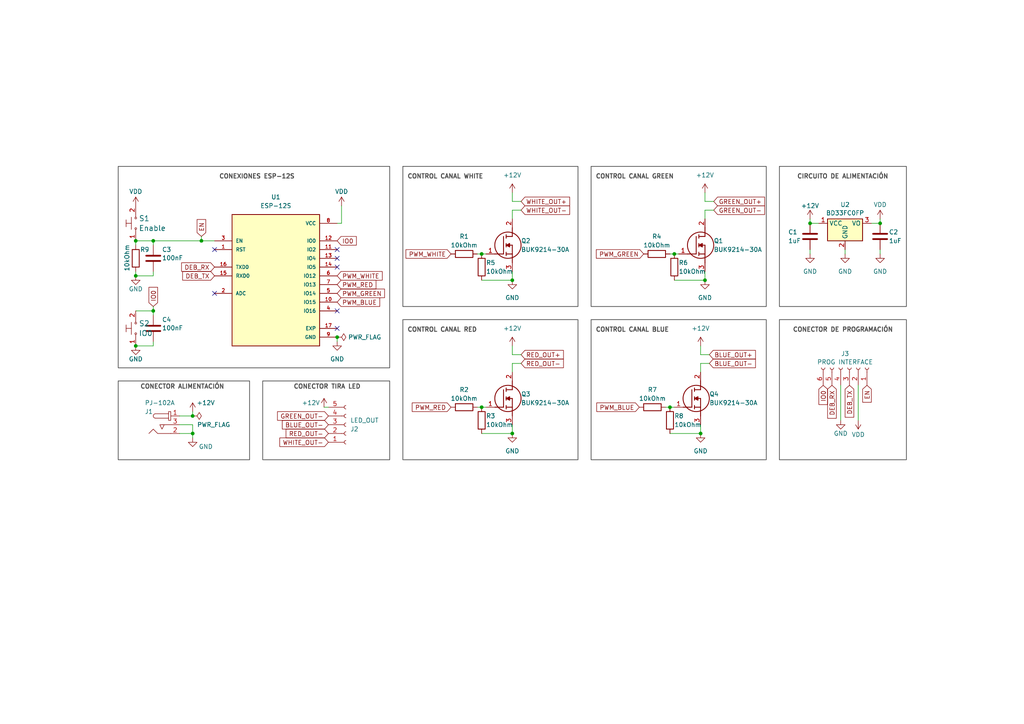
<source format=kicad_sch>
(kicad_sch (version 20230121) (generator eeschema)
  (paper "A4")
  (title_block (title "CONTROL TIRA LED WRGB") (date "2023-09-22") (rev "v01") (comment 1 "Escala S/E") (comment 2 "Esquemático") (comment 3 "Autor: Juan Antonio Hidalgo Torres"))
  (lib_symbols
    (symbol "BUK9214-30A_118:BUK9214-30A,118" (pin_names hide)
      (property "Reference" "Q" (at 11.43 3.81 0))
      (property "Value" "BUK9214-30A,118" (at 11.43 1.27 0))
      (symbol "BUK9214-30A,118_1_1"
        (polyline (pts (xy 2.54 0) (xy 5.08 0)) (stroke (width 0.254)))
        (polyline (pts (xy 5.08 5.08) (xy 5.08 0)) (stroke (width 0.254)))
        (polyline (pts (xy 5.842 -0.508) (xy 5.842 0.508)) (stroke (width 0.254)))
        (polyline (pts (xy 5.842 0) (xy 7.62 0)) (stroke (width 0.254)))
        (polyline (pts (xy 5.842 2.032) (xy 5.842 3.048)) (stroke (width 0.254)))
        (polyline (pts (xy 5.842 5.588) (xy 5.842 4.572)) (stroke (width 0.254)))
        (polyline (pts (xy 7.62 2.54) (xy 5.842 2.54)) (stroke (width 0.254)))
        (polyline (pts (xy 7.62 2.54) (xy 7.62 -2.54)) (stroke (width 0.254)))
        (polyline (pts (xy 7.62 5.08) (xy 5.842 5.08)) (stroke (width 0.254)))
        (polyline (pts (xy 7.62 5.08) (xy 7.62 7.62)) (stroke (width 0.254)))
        (polyline (pts (xy 5.842 2.54) (xy 6.858 3.048) (xy 6.858 2.032) (xy 5.842 2.54)) (stroke (width 0.254)) (fill (type outline)))
        (circle (center 6.35 2.54) (radius 3.81) (stroke (width 0.254)))
        (pin passive line (at 0 0 0) (length 2.54) (name "G") (number "1"))
        (pin passive line (at 7.62 10.16 270) (length 2.54) (name "D") (number "2"))
        (pin passive line (at 7.62 -5.08 90) (length 2.54) (name "S") (number "3"))
      )
    )
    (symbol "Connector:Conn_01x05_Socket" (pin_names (offset 1.016) hide)
      (property "Reference" "J" (at 0 7.62 0))
      (property "Value" "Conn_01x05_Socket" (at 0 -7.62 0))
      (symbol "Conn_01x05_Socket_1_1"
        (arc (start 0 -4.572) (mid -0.5058 -5.08) (end 0 -5.588) (stroke (width 0.1524)))
        (arc (start 0 -2.032) (mid -0.5058 -2.54) (end 0 -3.048) (stroke (width 0.1524)))
        (polyline (pts (xy -1.27 -5.08) (xy -0.508 -5.08)) (stroke (width 0.1524)))
        (polyline (pts (xy -1.27 -2.54) (xy -0.508 -2.54)) (stroke (width 0.1524)))
        (polyline (pts (xy -1.27 0) (xy -0.508 0)) (stroke (width 0.1524)))
        (polyline (pts (xy -1.27 2.54) (xy -0.508 2.54)) (stroke (width 0.1524)))
        (polyline (pts (xy -1.27 5.08) (xy -0.508 5.08)) (stroke (width 0.1524)))
        (arc (start 0 0.508) (mid -0.5058 0) (end 0 -0.508) (stroke (width 0.1524)))
        (arc (start 0 3.048) (mid -0.5058 2.54) (end 0 2.032) (stroke (width 0.1524)))
        (arc (start 0 5.588) (mid -0.5058 5.08) (end 0 4.572) (stroke (width 0.1524)))
        (pin passive line (at -5.08 5.08 0) (length 3.81) (name "Pin_1") (number "1"))
        (pin passive line (at -5.08 2.54 0) (length 3.81) (name "Pin_2") (number "2"))
        (pin passive line (at -5.08 0 0) (length 3.81) (name "Pin_3") (number "3"))
        (pin passive line (at -5.08 -2.54 0) (length 3.81) (name "Pin_4") (number "4"))
        (pin passive line (at -5.08 -5.08 0) (length 3.81) (name "Pin_5") (number "5"))
      )
    )
    (symbol "Connector:Conn_01x06_Socket" (pin_names (offset 1.016) hide)
      (property "Reference" "J" (at 0 7.62 0))
      (property "Value" "Conn_01x06_Socket" (at 0 -10.16 0))
      (symbol "Conn_01x06_Socket_1_1"
        (arc (start 0 -7.112) (mid -0.5058 -7.62) (end 0 -8.128) (stroke (width 0.1524)))
        (arc (start 0 -4.572) (mid -0.5058 -5.08) (end 0 -5.588) (stroke (width 0.1524)))
        (arc (start 0 -2.032) (mid -0.5058 -2.54) (end 0 -3.048) (stroke (width 0.1524)))
        (polyline (pts (xy -1.27 -7.62) (xy -0.508 -7.62)) (stroke (width 0.1524)))
        (polyline (pts (xy -1.27 -5.08) (xy -0.508 -5.08)) (stroke (width 0.1524)))
        (polyline (pts (xy -1.27 -2.54) (xy -0.508 -2.54)) (stroke (width 0.1524)))
        (polyline (pts (xy -1.27 0) (xy -0.508 0)) (stroke (width 0.1524)))
        (polyline (pts (xy -1.27 2.54) (xy -0.508 2.54)) (stroke (width 0.1524)))
        (polyline (pts (xy -1.27 5.08) (xy -0.508 5.08)) (stroke (width 0.1524)))
        (arc (start 0 0.508) (mid -0.5058 0) (end 0 -0.508) (stroke (width 0.1524)))
        (arc (start 0 3.048) (mid -0.5058 2.54) (end 0 2.032) (stroke (width 0.1524)))
        (arc (start 0 5.588) (mid -0.5058 5.08) (end 0 4.572) (stroke (width 0.1524)))
        (pin passive line (at -5.08 5.08 0) (length 3.81) (name "Pin_1") (number "1"))
        (pin passive line (at -5.08 2.54 0) (length 3.81) (name "Pin_2") (number "2"))
        (pin passive line (at -5.08 0 0) (length 3.81) (name "Pin_3") (number "3"))
        (pin passive line (at -5.08 -2.54 0) (length 3.81) (name "Pin_4") (number "4"))
        (pin passive line (at -5.08 -5.08 0) (length 3.81) (name "Pin_5") (number "5"))
        (pin passive line (at -5.08 -7.62 0) (length 3.81) (name "Pin_6") (number "6"))
      )
    )
    (symbol "Device:C" (pin_numbers hide) (pin_names (offset 0.254))
      (property "Reference" "C" (at 0.635 2.54 0))
      (property "Value" "C" (at 0.635 -2.54 0))
      (symbol "C_0_1"
        (polyline (pts (xy -2.032 -0.762) (xy 2.032 -0.762)) (stroke (width 0.508)))
        (polyline (pts (xy -2.032 0.762) (xy 2.032 0.762)) (stroke (width 0.508)))
      )
      (symbol "C_1_1"
        (pin passive line (at 0 3.81 270) (length 2.794) (name "~") (number "1"))
        (pin passive line (at 0 -3.81 90) (length 2.794) (name "~") (number "2"))
      )
    )
    (symbol "Device:R" (pin_numbers hide) (pin_names (offset 0))
      (property "Reference" "R" (at 2.032 0 90))
      (property "Value" "R" (at 0 0 90))
      (symbol "R_0_1"
        (rectangle (start -1.016 -2.54) (end 1.016 2.54) (stroke (width 0.254)))
      )
      (symbol "R_1_1"
        (pin passive line (at 0 3.81 270) (length 1.27) (name "~") (number "1"))
        (pin passive line (at 0 -3.81 90) (length 1.27) (name "~") (number "2"))
      )
    )
    (symbol "ESP-12S:ESP-12S" (pin_names (offset 1.016))
      (property "Reference" "U" (at -12.7 18.288 0))
      (property "Value" "ESP-12S" (at -12.7 -20.828 0))
      (symbol "ESP-12S_0_0"
        (rectangle (start -12.7 -20.32) (end 12.7 17.78) (stroke (width 0.254)) (fill (type background)))
        (pin input line (at -17.78 7.62 0) (length 5.08) (name "RST") (number "1"))
        (pin bidirectional line (at 17.78 -7.62 180) (length 5.08) (name "IO15") (number "10"))
        (pin bidirectional line (at 17.78 7.62 180) (length 5.08) (name "IO2") (number "11"))
        (pin bidirectional line (at 17.78 10.16 180) (length 5.08) (name "IO0") (number "12"))
        (pin bidirectional line (at 17.78 5.08 180) (length 5.08) (name "IO4") (number "13"))
        (pin bidirectional line (at 17.78 2.54 180) (length 5.08) (name "IO5") (number "14"))
        (pin bidirectional line (at -17.78 0 0) (length 5.08) (name "RXD0") (number "15"))
        (pin bidirectional line (at -17.78 2.54 0) (length 5.08) (name "TXD0") (number "16"))
        (pin power_in line (at 17.78 -15.24 180) (length 5.08) (name "EXP") (number "17"))
        (pin bidirectional line (at -17.78 -5.08 0) (length 5.08) (name "ADC") (number "2"))
        (pin input line (at -17.78 10.16 0) (length 5.08) (name "EN") (number "3"))
        (pin bidirectional line (at 17.78 -10.16 180) (length 5.08) (name "IO16") (number "4"))
        (pin bidirectional line (at 17.78 -5.08 180) (length 5.08) (name "IO14") (number "5"))
        (pin bidirectional line (at 17.78 0 180) (length 5.08) (name "IO12") (number "6"))
        (pin bidirectional line (at 17.78 -2.54 180) (length 5.08) (name "IO13") (number "7"))
        (pin power_in line (at 17.78 15.24 180) (length 5.08) (name "VCC") (number "8"))
        (pin power_in line (at 17.78 -17.78 180) (length 5.08) (name "GND") (number "9"))
      )
    )
    (symbol "Regulator_Linear:BD33FC0FP"
      (property "Reference" "U" (at 0 7.62 0))
      (property "Value" "BD33FC0FP" (at 0 5.08 0))
      (symbol "BD33FC0FP_1_1"
        (rectangle (start -5.08 -5.08) (end 5.08 1.27) (stroke (width 0.254)) (fill (type background)))
        (pin power_in line (at -7.62 0 0) (length 2.54) (name "VCC") (number "1"))
        (pin power_in line (at 0 -7.62 90) (length 2.54) (name "GND") (number "2"))
        (pin power_out line (at 7.62 0 180) (length 2.54) (name "VO") (number "3"))
      )
    )
    (symbol "dk_Barrel-Power-Connectors:PJ-102A" (pin_names (offset 1.016))
      (property "Reference" "J" (at 0 2.54 0))
      (property "Value" "PJ-102A" (at 0 -6.35 0))
      (symbol "PJ-102A_0_1"
        (arc (start -4.445 0.635) (mid -5.0773 0) (end -4.445 -0.635))
        (rectangle (start -0.635 1.27) (end 0 -1.27))
        (polyline (pts (xy -0.635 -0.635) (xy -4.445 -0.635)))
        (polyline (pts (xy -0.635 0.635) (xy -4.445 0.635)))
        (polyline (pts (xy 0 -2.54) (xy -1.27 -2.54) (xy -2.54 -2.54)))
        (polyline (pts (xy 0 -5.08) (xy -3.81 -5.08) (xy -5.08 -3.81) (xy -6.35 -5.08)))
        (polyline (pts (xy -2.54 -2.54) (xy -3.175 -2.54) (xy -2.54 -3.81) (xy -1.905 -2.54) (xy -2.54 -2.54)))
      )
      (symbol "PJ-102A_1_1"
        (pin passive line (at 2.54 0 180) (length 2.54) (name "~") (number "1"))
        (pin passive line (at 2.54 -5.08 180) (length 2.54) (name "~") (number "2"))
        (pin passive line (at 2.54 -2.54 180) (length 2.54) (name "~") (number "3"))
      )
    )
    (symbol "dk_Tactile-Switches:B3U-1000P" (pin_names (offset 1.016))
      (property "Reference" "S" (at 0 4.064 0))
      (property "Value" "B3U-1000P" (at 0 -2.54 0))
      (symbol "B3U-1000P_0_1"
        (circle (center -1.524 0) (radius 0.254))
        (polyline (pts (xy -2.54 0) (xy -1.778 0)))
        (polyline (pts (xy -1.778 1.27) (xy 1.778 1.27)))
        (polyline (pts (xy -1.016 2.794) (xy 1.016 2.794)))
        (polyline (pts (xy 0 1.27) (xy 0 2.794)))
        (polyline (pts (xy 2.54 0) (xy 1.778 0)))
        (circle (center 1.524 0) (radius 0.254))
      )
      (symbol "B3U-1000P_1_1"
        (pin passive line (at -5.08 0 0) (length 2.54) (name "~") (number "1"))
        (pin passive line (at 5.08 0 180) (length 2.54) (name "~") (number "2"))
      )
    )
    (symbol "power:+12V" (power) (pin_names (offset 0))
      (property "Value" "+12V" (at 0 3.556 0))
      (symbol "+12V_0_1"
        (polyline (pts (xy -0.762 1.27) (xy 0 2.54)))
        (polyline (pts (xy 0 0) (xy 0 2.54)))
        (polyline (pts (xy 0 2.54) (xy 0.762 1.27)))
      )
      (symbol "+12V_1_1"
        (pin power_in line (at 0 0 90) (length 0) hide (name "+12V") (number "1"))
      )
    )
    (symbol "power:GND" (power) (pin_names (offset 0))
      (property "Value" "GND" (at 0 -3.81 0))
      (symbol "GND_0_1"
        (polyline (pts (xy 0 0) (xy 0 -1.27) (xy 1.27 -1.27) (xy 0 -2.54) (xy -1.27 -1.27) (xy 0 -1.27)))
      )
      (symbol "GND_1_1"
        (pin power_in line (at 0 0 270) (length 0) hide (name "GND") (number "1"))
      )
    )
    (symbol "power:PWR_FLAG" (power) (pin_numbers hide) (pin_names (offset 0) hide)
      (property "Value" "PWR_FLAG" (at 0 3.81 0))
      (symbol "PWR_FLAG_0_0"
        (pin power_out line (at 0 0 90) (length 0) (name "pwr") (number "1"))
      )
      (symbol "PWR_FLAG_0_1"
        (polyline (pts (xy 0 0) (xy 0 1.27) (xy -1.016 1.905) (xy 0 2.54) (xy 1.016 1.905) (xy 0 1.27)))
      )
    )
    (symbol "power:VDD" (power) (pin_names (offset 0))
      (property "Value" "VDD" (at 0 3.81 0))
      (symbol "VDD_0_1"
        (polyline (pts (xy -0.762 1.27) (xy 0 2.54)))
        (polyline (pts (xy 0 0) (xy 0 2.54)))
        (polyline (pts (xy 0 2.54) (xy 0.762 1.27)))
      )
      (symbol "VDD_1_1"
        (pin power_in line (at 0 0 90) (length 0) hide (name "VDD") (number "1"))
      )
    )
  )
  (junction (at 44.45 69.85))
  (junction (at 55.88 125.73))
  (junction (at 44.45 90.17))
  (junction (at 195.58 73.66))
  (junction (at 255.27 64.77))
  (junction (at 97.79 97.79))
  (junction (at 234.95 64.77))
  (junction (at 204.47 81.28))
  (junction (at 148.59 125.73))
  (junction (at 139.7 73.66))
  (junction (at 148.59 81.28))
  (junction (at 203.2 125.73))
  (junction (at 58.42 69.85))
  (junction (at 39.37 80.01))
  (junction (at 39.37 100.33))
  (junction (at 139.7 118.11))
  (junction (at 194.31 118.11))
  (junction (at 55.88 120.65))
  (junction (at 39.37 69.85))
  (no_connect (at 97.79 90.17))
  (no_connect (at 97.79 77.47))
  (no_connect (at 97.79 74.93))
  (no_connect (at 97.79 95.25))
  (no_connect (at 97.79 72.39))
  (no_connect (at 62.23 85.09))
  (no_connect (at 62.23 72.39))
  (wire (pts (xy 44.45 69.85) (xy 44.45 71.12)))
  (wire (pts (xy 58.42 69.85) (xy 62.23 69.85)))
  (wire (pts (xy 139.7 73.66) (xy 140.97 73.66)))
  (wire (pts (xy 248.92 111.76) (xy 248.92 121.92)))
  (wire (pts (xy 58.42 68.58) (xy 58.42 69.85)))
  (wire (pts (xy 194.31 73.66) (xy 195.58 73.66)))
  (wire (pts (xy 148.59 100.33) (xy 148.59 102.87)))
  (wire (pts (xy 55.88 120.65) (xy 55.88 119.38)))
  (wire (pts (xy 44.45 78.74) (xy 44.45 80.01)))
  (wire (pts (xy 234.95 64.77) (xy 237.49 64.77)))
  (wire (pts (xy 148.59 81.28) (xy 148.59 78.74)))
  (wire (pts (xy 148.59 125.73) (xy 148.59 123.19)))
  (wire (pts (xy 148.59 60.96) (xy 151.13 60.96)))
  (wire (pts (xy 39.37 69.85) (xy 44.45 69.85)))
  (wire (pts (xy 97.79 64.77) (xy 99.06 64.77)))
  (wire (pts (xy 148.59 107.95) (xy 148.59 105.41)))
  (wire (pts (xy 204.47 60.96) (xy 207.01 60.96)))
  (wire (pts (xy 93.98 118.11) (xy 95.25 118.11)))
  (wire (pts (xy 252.73 64.77) (xy 255.27 64.77)))
  (wire (pts (xy 195.58 81.28) (xy 204.47 81.28)))
  (wire (pts (xy 245.11 72.39) (xy 245.11 73.66)))
  (wire (pts (xy 148.59 105.41) (xy 151.13 105.41)))
  (wire (pts (xy 203.2 100.33) (xy 203.2 102.87)))
  (wire (pts (xy 193.04 118.11) (xy 194.31 118.11)))
  (wire (pts (xy 243.84 111.76) (xy 243.84 121.92)))
  (wire (pts (xy 138.43 73.66) (xy 139.7 73.66)))
  (wire (pts (xy 148.59 63.5) (xy 148.59 60.96)))
  (wire (pts (xy 55.88 123.19) (xy 55.88 125.73)))
  (wire (pts (xy 52.07 120.65) (xy 55.88 120.65)))
  (wire (pts (xy 204.47 63.5) (xy 204.47 60.96)))
  (wire (pts (xy 204.47 58.42) (xy 207.01 58.42)))
  (wire (pts (xy 139.7 125.73) (xy 148.59 125.73)))
  (wire (pts (xy 139.7 81.28) (xy 148.59 81.28)))
  (wire (pts (xy 44.45 69.85) (xy 58.42 69.85)))
  (wire (pts (xy 195.58 73.66) (xy 196.85 73.66)))
  (wire (pts (xy 139.7 118.11) (xy 140.97 118.11)))
  (wire (pts (xy 204.47 81.28) (xy 204.47 78.74)))
  (wire (pts (xy 203.2 125.73) (xy 203.2 123.19)))
  (wire (pts (xy 39.37 90.17) (xy 44.45 90.17)))
  (wire (pts (xy 234.95 72.39) (xy 234.95 73.66)))
  (wire (pts (xy 44.45 90.17) (xy 44.45 91.44)))
  (wire (pts (xy 52.07 125.73) (xy 55.88 125.73)))
  (wire (pts (xy 52.07 123.19) (xy 55.88 123.19)))
  (wire (pts (xy 55.88 125.73) (xy 55.88 127)))
  (wire (pts (xy 255.27 63.5) (xy 255.27 64.77)))
  (wire (pts (xy 39.37 78.74) (xy 39.37 80.01)))
  (wire (pts (xy 44.45 100.33) (xy 39.37 100.33)))
  (wire (pts (xy 203.2 105.41) (xy 205.74 105.41)))
  (wire (pts (xy 44.45 88.9) (xy 44.45 90.17)))
  (wire (pts (xy 148.59 102.87) (xy 151.13 102.87)))
  (wire (pts (xy 97.79 97.79) (xy 97.79 99.06)))
  (wire (pts (xy 148.59 58.42) (xy 151.13 58.42)))
  (wire (pts (xy 194.31 125.73) (xy 203.2 125.73)))
  (wire (pts (xy 234.95 63.5) (xy 234.95 64.77)))
  (wire (pts (xy 44.45 80.01) (xy 39.37 80.01)))
  (wire (pts (xy 255.27 72.39) (xy 255.27 73.66)))
  (wire (pts (xy 204.47 55.88) (xy 204.47 58.42)))
  (wire (pts (xy 148.59 55.88) (xy 148.59 58.42)))
  (wire (pts (xy 138.43 118.11) (xy 139.7 118.11)))
  (wire (pts (xy 203.2 102.87) (xy 205.74 102.87)))
  (wire (pts (xy 194.31 118.11) (xy 195.58 118.11)))
  (wire (pts (xy 203.2 107.95) (xy 203.2 105.41)))
  (wire (pts (xy 44.45 99.06) (xy 44.45 100.33)))
  (wire (pts (xy 39.37 69.85) (xy 39.37 71.12)))
  (wire (pts (xy 99.06 59.69) (xy 99.06 64.77)))
  (rectangle (start 116.84 92.71) (end 167.64 133.35) (stroke (width 0.2) (color 72 72 72 1)))
  (rectangle (start 116.84 48.26) (end 167.64 88.9) (stroke (width 0.2) (color 72 72 72 1)))
  (rectangle (start 226.06 48.26) (end 262.89 88.9) (stroke (width 0.2) (color 72 72 72 1)))
  (rectangle (start 226.06 92.71) (end 262.89 133.35) (stroke (width 0.2) (color 72 72 72 1)))
  (rectangle (start 34.29 48.26) (end 113.03 106.68) (stroke (width 0.2) (color 72 72 72 1)))
  (rectangle (start 76.2 110.49) (end 113.03 133.35) (stroke (width 0.2) (color 72 72 72 1)))
  (rectangle (start 34.29 110.49) (end 72.39 133.35) (stroke (width 0.2) (color 72 72 72 1)))
  (rectangle (start 171.45 48.26) (end 222.25 88.9) (stroke (width 0.2) (color 72 72 72 1)))
  (rectangle (start 171.45 92.71) (end 222.25 133.35) (stroke (width 0.2) (color 72 72 72 1)))
  (text "CONECTOR DE PROGRAMACIÓN" (at 259.08 96.52 0) (effects (font (size 1.27 1.27) (thickness 0.254) bold) (justify right bottom)))
  (text "CONTROL CANAL BLUE" (at 172.72 96.52 0) (effects (font (size 1.27 1.27) (thickness 0.254) bold) (justify left bottom)))
  (text "CONEXIONES ESP-12S" (at 63.5 52.07 0) (effects (font (size 1.27 1.27) bold) (justify left bottom)))
  (text "CONECTOR ALIMENTACIÓN" (at 40.64 113.03 0) (effects (font (size 1.27 1.27) (thickness 0.254) bold) (justify left bottom)))
  (text "CONTROL CANAL GREEN" (at 172.72 52.07 0) (effects (font (size 1.27 1.27) (thickness 0.254) bold) (justify left bottom)))
  (text "CONTROL CANAL RED" (at 118.11 96.52 0) (effects (font (size 1.27 1.27) (thickness 0.254) bold) (justify left bottom)))
  (text "CONECTOR TIRA LED" (at 85.09 113.03 0) (effects (font (size 1.27 1.27) (thickness 0.254) bold) (justify left bottom)))
  (text "CIRCUITO DE ALIMENTACIÓN" (at 231.14 52.07 0) (effects (font (size 1.27 1.27) (thickness 0.254) bold) (justify left bottom)))
  (text "CONTROL CANAL WHITE" (at 118.11 52.07 0) (effects (font (size 1.27 1.27) (thickness 0.254) bold) (justify left bottom)))
  (global_label "IO0" (shape input) (at 238.76 111.76 270) (property "Intersheetrefs" "${INTERSHEET_REFS}" (effects hide)))
  (global_label "PWM_RED" (shape input) (at 97.79 82.55 0) (property "Intersheetrefs" "${INTERSHEET_REFS}" (effects hide)))
  (global_label "GREEN_OUT+" (shape input) (at 207.01 58.42 0) (property "Intersheetrefs" "${INTERSHEET_REFS}" (effects hide)))
  (global_label "PWM_RED" (shape input) (at 130.81 118.11 180) (property "Intersheetrefs" "${INTERSHEET_REFS}" (effects hide)))
  (global_label "BLUE_OUT-" (shape input) (at 95.25 123.19 180) (property "Intersheetrefs" "${INTERSHEET_REFS}" (effects hide)))
  (global_label "RED_OUT-" (shape input) (at 151.13 105.41 0) (property "Intersheetrefs" "${INTERSHEET_REFS}" (effects hide)))
  (global_label "RED_OUT-" (shape input) (at 95.25 125.73 180) (property "Intersheetrefs" "${INTERSHEET_REFS}" (effects hide)))
  (global_label "BLUE_OUT-" (shape input) (at 205.74 105.41 0) (property "Intersheetrefs" "${INTERSHEET_REFS}" (effects hide)))
  (global_label "WHITE_OUT+" (shape input) (at 151.13 58.42 0) (property "Intersheetrefs" "${INTERSHEET_REFS}" (effects hide)))
  (global_label "DEB_TX" (shape input) (at 246.38 111.76 270) (property "Intersheetrefs" "${INTERSHEET_REFS}" (effects hide)))
  (global_label "DEB_RX" (shape input) (at 62.23 77.47 180) (property "Intersheetrefs" "${INTERSHEET_REFS}" (effects hide)))
  (global_label "WHITE_OUT-" (shape input) (at 95.25 128.27 180) (property "Intersheetrefs" "${INTERSHEET_REFS}" (effects hide)))
  (global_label "PWM_GREEN" (shape input) (at 186.69 73.66 180) (property "Intersheetrefs" "${INTERSHEET_REFS}" (effects hide)))
  (global_label "IO0" (shape input) (at 44.45 88.9 90) (property "Intersheetrefs" "${INTERSHEET_REFS}" (effects hide)))
  (global_label "WHITE_OUT-" (shape input) (at 151.13 60.96 0) (property "Intersheetrefs" "${INTERSHEET_REFS}" (effects hide)))
  (global_label "GREEN_OUT-" (shape input) (at 207.01 60.96 0) (property "Intersheetrefs" "${INTERSHEET_REFS}" (effects hide)))
  (global_label "PWM_WHITE" (shape input) (at 97.79 80.01 0) (property "Intersheetrefs" "${INTERSHEET_REFS}" (effects hide)))
  (global_label "DEB_RX" (shape input) (at 241.3 111.76 270) (property "Intersheetrefs" "${INTERSHEET_REFS}" (effects hide)))
  (global_label "PWM_WHITE" (shape input) (at 130.81 73.66 180) (property "Intersheetrefs" "${INTERSHEET_REFS}" (effects hide)))
  (global_label "BLUE_OUT+" (shape input) (at 205.74 102.87 0) (property "Intersheetrefs" "${INTERSHEET_REFS}" (effects hide)))
  (global_label "RED_OUT+" (shape input) (at 151.13 102.87 0) (property "Intersheetrefs" "${INTERSHEET_REFS}" (effects hide)))
  (global_label "IO0" (shape input) (at 97.79 69.85 0) (property "Intersheetrefs" "${INTERSHEET_REFS}" (effects hide)))
  (global_label "PWM_GREEN" (shape input) (at 97.79 85.09 0) (property "Intersheetrefs" "${INTERSHEET_REFS}" (effects hide)))
  (global_label "PWM_BLUE" (shape input) (at 97.79 87.63 0) (property "Intersheetrefs" "${INTERSHEET_REFS}" (effects hide)))
  (global_label "EN" (shape input) (at 58.42 68.58 90) (property "Intersheetrefs" "${INTERSHEET_REFS}" (effects hide)))
  (global_label "EN" (shape input) (at 251.46 111.76 270) (property "Intersheetrefs" "${INTERSHEET_REFS}" (effects hide)))
  (global_label "GREEN_OUT-" (shape input) (at 95.25 120.65 180) (property "Intersheetrefs" "${INTERSHEET_REFS}" (effects hide)))
  (global_label "DEB_TX" (shape input) (at 62.23 80.01 180) (property "Intersheetrefs" "${INTERSHEET_REFS}" (effects hide)))
  (global_label "PWM_BLUE" (shape input) (at 185.42 118.11 180) (property "Intersheetrefs" "${INTERSHEET_REFS}" (effects hide)))
  (symbol (lib_id "BUK9214-30A_118:BUK9214-30A,118") (at 195.58 118.11 0) (unit 1)
    (property "Reference" "Q4" (at 205.74 114.3 0) (effects (justify left)))
    (property "Value" "BUK9214-30A" (at 205.74 116.84 0) (effects (justify left)))
    (property "Footprint" "01_Footprints:BUK921430A118" (effects hide))
    (property "Datasheet" "https://assets.nexperia.com/documents/data-sheet/BUK9214-30A.pdf" (effects hide))
    (property "Height" "2.38" (effects hide))
    (property "Mouser Part Number" "771-BUK9214-30A,118" (effects hide))
    (property "Mouser Price/Stock" "https://www.mouser.co.uk/ProductDetail/Nexperia/BUK9214-30A118?qs=mSipnS5lFm8QMyWfvuOOAA%3D%3D" (effects hide))
    (property "Manufacturer_Name" "Nexperia" (effects hide))
    (property "Manufacturer_Part_Number" "BUK9214-30A,118" (effects hide))
  )
  (symbol (lib_id "Device:R") (at 189.23 118.11 90) (unit 1)
    (property "Reference" "R7" (at 189.23 113.03 90))
    (property "Value" "10kOhm" (at 189.23 115.57 90))
    (property "Footprint" "Resistor_SMD:R_1206_3216Metric" (effects hide))
  )
  (symbol (lib_id "power:GND") (at 234.95 73.66 0) (unit 1)
    (property "Reference" "#PWR019" (effects hide))
    (property "Value" "GND" (at 234.95 78.74 0))
  )
  (symbol (lib_id "power:+12V") (at 55.88 119.38 0) (unit 1)
    (property "Reference" "#PWR015" (effects hide))
    (property "Value" "+12V" (at 59.69 116.84 0))
  )
  (symbol (lib_id "power:GND") (at 97.79 99.06 0) (unit 1)
    (property "Reference" "#PWR011" (effects hide))
    (property "Value" "GND" (at 97.79 104.14 0))
  )
  (symbol (lib_id "Device:R") (at 134.62 73.66 90) (unit 1)
    (property "Reference" "R1" (at 134.62 68.58 90))
    (property "Value" "10kOhm" (at 134.62 71.12 90))
    (property "Footprint" "Resistor_SMD:R_1206_3216Metric" (effects hide))
  )
  (symbol (lib_id "ESP-12S:ESP-12S") (at 80.01 80.01 0) (unit 1)
    (property "Reference" "U1" (at 80.01 57.15 0))
    (property "Value" "ESP-12S" (at 80.01 59.69 0))
    (property "Footprint" "01_Footprints:ESP-12S" (effects hide))
    (property "MF" "RF Solutions" (effects hide))
    (property "MAXIMUM_PACKAGE_HEIGHT" "3 mm" (effects hide))
    (property "Package" "None" (effects hide))
    (property "Price" "None" (effects hide))
    (property "Check_prices" "https://www.snapeda.com/parts/ESP-12S/RF+Solutions/view-part/?ref=eda" (effects hide))
    (property "STANDARD" "Manufacturer Recommendations" (effects hide))
    (property "PARTREV" "V1.1" (effects hide))
    (property "SnapEDA_Link" "https://www.snapeda.com/parts/ESP-12S/RF+Solutions/view-part/?ref=snap" (effects hide))
    (property "MP" "ESP-12S" (effects hide))
    (property "Purchase-URL" "https://www.snapeda.com/api/url_track_click_mouser/?unipart_id=3210766&manufacturer=RF Solutions&part_name=ESP-12S&search_term=None" (effects hide))
    (property "Description" "\nWiFi 802.11b/g/n Transceiver Module 2.412GHz ~ 2.484GHz PCB Trace Surface Mount\n" (effects hide))
    (property "Availability" "In Stock" (effects hide))
    (property "MANUFACTURER" "RF Solutions" (effects hide))
  )
  (symbol (lib_id "Device:R") (at 194.31 121.92 180) (unit 1)
    (property "Reference" "R8" (at 195.58 120.65 0) (effects (justify right)))
    (property "Value" "10kOhm" (at 195.58 123.19 0) (effects (justify right)))
    (property "Footprint" "Resistor_SMD:R_1206_3216Metric" (effects hide))
  )
  (symbol (lib_id "dk_Tactile-Switches:B3U-1000P") (at 39.37 95.25 90) (unit 1)
    (property "Reference" "S2" (at 40.259 93.8336 90) (effects (font (size 1.524 1.524)) (justify right)))
    (property "Value" "IO0" (at 40.259 96.6664 90) (effects (font (size 1.524 1.524)) (justify right)))
    (property "Footprint" "Button_Switch_SMD:SW_SPST_B3U-1000P" (effects hide))
    (property "Datasheet" "https://omronfs.omron.com/en_US/ecb/products/pdf/en-b3u.pdf" (effects hide))
    (property "Digi-Key_PN" "SW1020CT-ND" (effects hide))
    (property "MPN" "B3U-1000P" (effects hide))
    (property "Category" "Switches" (effects hide))
    (property "Family" "Tactile Switches" (effects hide))
    (property "DK_Datasheet_Link" "https://omronfs.omron.com/en_US/ecb/products/pdf/en-b3u.pdf" (effects hide))
    (property "DK_Detail_Page" "/product-detail/en/omron-electronics-inc-emc-div/B3U-1000P/SW1020CT-ND/1534357" (effects hide))
    (property "Description" "SWITCH TACTILE SPST-NO 0.05A 12V" (effects hide))
    (property "Manufacturer" "Omron Electronics Inc-EMC Div" (effects hide))
    (property "Status" "Active" (effects hide))
  )
  (symbol (lib_id "Device:R") (at 190.5 73.66 90) (unit 1)
    (property "Reference" "R4" (at 190.5 68.58 90))
    (property "Value" "10kOhm" (at 190.5 71.12 90))
    (property "Footprint" "Resistor_SMD:R_1206_3216Metric" (effects hide))
  )
  (symbol (lib_id "Connector:Conn_01x06_Socket") (at 246.38 106.68 270) (mirror x) (unit 1)
    (property "Reference" "J3" (at 245.11 102.5865 90))
    (property "Value" "PROG INTERFACE" (at 245.11 105.0107 90))
    (property "Footprint" "01_Footprints:PROG_INTERFACE" (effects hide))
  )
  (symbol (lib_id "power:GND") (at 204.47 81.28 0) (unit 1)
    (property "Reference" "#PWR06" (effects hide))
    (property "Value" "GND" (at 204.47 86.36 0))
  )
  (symbol (lib_id "BUK9214-30A_118:BUK9214-30A,118") (at 196.85 73.66 0) (unit 1)
    (property "Reference" "Q1" (at 207.01 69.85 0) (effects (justify left)))
    (property "Value" "BUK9214-30A" (at 207.01 72.39 0) (effects (justify left)))
    (property "Footprint" "01_Footprints:BUK921430A118" (effects hide))
    (property "Datasheet" "https://assets.nexperia.com/documents/data-sheet/BUK9214-30A.pdf" (effects hide))
    (property "Height" "2.38" (effects hide))
    (property "Mouser Part Number" "771-BUK9214-30A,118" (effects hide))
    (property "Mouser Price/Stock" "https://www.mouser.co.uk/ProductDetail/Nexperia/BUK9214-30A118?qs=mSipnS5lFm8QMyWfvuOOAA%3D%3D" (effects hide))
    (property "Manufacturer_Name" "Nexperia" (effects hide))
    (property "Manufacturer_Part_Number" "BUK9214-30A,118" (effects hide))
  )
  (symbol (lib_id "BUK9214-30A_118:BUK9214-30A,118") (at 140.97 73.66 0) (unit 1)
    (property "Reference" "Q2" (at 151.13 69.85 0) (effects (justify left)))
    (property "Value" "BUK9214-30A" (at 151.13 72.39 0) (effects (justify left)))
    (property "Footprint" "01_Footprints:BUK921430A118" (effects hide))
    (property "Datasheet" "https://assets.nexperia.com/documents/data-sheet/BUK9214-30A.pdf" (effects hide))
    (property "Height" "2.38" (effects hide))
    (property "Mouser Part Number" "771-BUK9214-30A,118" (effects hide))
    (property "Mouser Price/Stock" "https://www.mouser.co.uk/ProductDetail/Nexperia/BUK9214-30A118?qs=mSipnS5lFm8QMyWfvuOOAA%3D%3D" (effects hide))
    (property "Manufacturer_Name" "Nexperia" (effects hide))
    (property "Manufacturer_Part_Number" "BUK9214-30A,118" (effects hide))
  )
  (symbol (lib_id "power:VDD") (at 248.92 121.92 180) (unit 1)
    (property "Reference" "#PWR021" (effects hide))
    (property "Value" "VDD" (at 248.92 126.0531 0))
  )
  (symbol (lib_id "Device:R") (at 139.7 77.47 180) (unit 1)
    (property "Reference" "R5" (at 140.97 76.2 0) (effects (justify right)))
    (property "Value" "10kOhm" (at 140.97 78.74 0) (effects (justify right)))
    (property "Footprint" "Resistor_SMD:R_1206_3216Metric" (effects hide))
  )
  (symbol (lib_id "power:+12V") (at 234.95 63.5 0) (unit 1)
    (property "Reference" "#PWR017" (effects hide))
    (property "Value" "+12V" (at 234.95 59.69 0))
  )
  (symbol (lib_id "power:VDD") (at 255.27 63.5 0) (unit 1)
    (property "Reference" "#PWR024" (effects hide))
    (property "Value" "VDD" (at 255.27 59.3669 0))
  )
  (symbol (lib_id "Device:C") (at 255.27 68.58 0) (unit 1)
    (property "Reference" "C2" (at 257.81 67.31 0) (effects (justify left)))
    (property "Value" "1uF" (at 257.81 69.85 0) (effects (justify left)))
    (property "Footprint" "Capacitor_SMD:C_1206_3216Metric" (effects hide))
  )
  (symbol (lib_id "Device:R") (at 134.62 118.11 90) (unit 1)
    (property "Reference" "R2" (at 134.62 113.03 90))
    (property "Value" "10kOhm" (at 134.62 115.57 90))
    (property "Footprint" "Resistor_SMD:R_1206_3216Metric" (effects hide))
  )
  (symbol (lib_id "power:+12V") (at 148.59 100.33 0) (unit 1)
    (property "Reference" "#PWR03" (effects hide))
    (property "Value" "+12V" (at 148.59 95.25 0))
  )
  (symbol (lib_id "power:+12V") (at 204.47 55.88 0) (unit 1)
    (property "Reference" "#PWR05" (effects hide))
    (property "Value" "+12V" (at 204.47 50.8 0))
  )
  (symbol (lib_id "power:+12V") (at 93.98 118.11 0) (unit 1)
    (property "Reference" "#PWR014" (effects hide))
    (property "Value" "+12V" (at 90.17 116.84 0))
  )
  (symbol (lib_id "power:+12V") (at 148.59 55.88 0) (unit 1)
    (property "Reference" "#PWR02" (effects hide))
    (property "Value" "+12V" (at 148.59 50.8 0))
  )
  (symbol (lib_id "power:GND") (at 243.84 121.92 0) (unit 1)
    (property "Reference" "#PWR022" (effects hide))
    (property "Value" "GND" (at 243.84 125.73 0))
  )
  (symbol (lib_id "power:GND") (at 203.2 125.73 0) (unit 1)
    (property "Reference" "#PWR08" (effects hide))
    (property "Value" "GND" (at 203.2 130.81 0))
  )
  (symbol (lib_id "power:GND") (at 55.88 127 0) (unit 1)
    (property "Reference" "#PWR016" (effects hide))
    (property "Value" "GND" (at 59.69 129.54 0))
  )
  (symbol (lib_id "power:VDD") (at 39.37 59.69 0) (unit 1)
    (property "Reference" "#PWR012" (effects hide))
    (property "Value" "VDD" (at 39.37 55.5569 0))
  )
  (symbol (lib_id "power:GND") (at 245.11 73.66 0) (unit 1)
    (property "Reference" "#PWR018" (effects hide))
    (property "Value" "GND" (at 245.11 78.74 0))
  )
  (symbol (lib_id "power:PWR_FLAG") (at 97.79 97.79 270) (unit 1)
    (property "Reference" "#FLG02" (effects hide))
    (property "Value" "PWR_FLAG" (at 100.965 97.79 90) (effects (justify left)))
  )
  (symbol (lib_id "dk_Tactile-Switches:B3U-1000P") (at 39.37 64.77 90) (unit 1)
    (property "Reference" "S1" (at 40.259 63.3536 90) (effects (font (size 1.524 1.524)) (justify right)))
    (property "Value" "Enable" (at 40.259 66.1864 90) (effects (font (size 1.524 1.524)) (justify right)))
    (property "Footprint" "Button_Switch_SMD:SW_SPST_B3U-1000P" (effects hide))
    (property "Datasheet" "https://omronfs.omron.com/en_US/ecb/products/pdf/en-b3u.pdf" (effects hide))
    (property "Digi-Key_PN" "SW1020CT-ND" (effects hide))
    (property "MPN" "B3U-1000P" (effects hide))
    (property "Category" "Switches" (effects hide))
    (property "Family" "Tactile Switches" (effects hide))
    (property "DK_Datasheet_Link" "https://omronfs.omron.com/en_US/ecb/products/pdf/en-b3u.pdf" (effects hide))
    (property "DK_Detail_Page" "/product-detail/en/omron-electronics-inc-emc-div/B3U-1000P/SW1020CT-ND/1534357" (effects hide))
    (property "Description" "SWITCH TACTILE SPST-NO 0.05A 12V" (effects hide))
    (property "Manufacturer" "Omron Electronics Inc-EMC Div" (effects hide))
    (property "Status" "Active" (effects hide))
  )
  (symbol (lib_id "power:GND") (at 148.59 81.28 0) (unit 1)
    (property "Reference" "#PWR01" (effects hide))
    (property "Value" "GND" (at 148.59 86.36 0))
  )
  (symbol (lib_id "Regulator_Linear:BD33FC0FP") (at 245.11 64.77 0) (unit 1)
    (property "Reference" "U2" (at 245.11 59.3557 0))
    (property "Value" "BD33FC0FP" (at 245.11 61.7799 0))
    (property "Footprint" "Package_TO_SOT_SMD:TO-252-2" (effects hide))
    (property "Datasheet" "https://fscdn.rohm.com/en/products/databook/datasheet/ic/power/linear_regulator/bdxxfc0wefj-e.pdf" (effects hide))
  )
  (symbol (lib_id "dk_Barrel-Power-Connectors:PJ-102A") (at 49.53 120.65 0) (unit 1)
    (property "Reference" "J1" (at 43.18 119.38 0))
    (property "Value" "PJ-102A" (at 46.355 116.84 0))
    (property "Footprint" "01_Footprints:PJ-102AH" (effects hide))
    (property "Datasheet" "https://www.cui.com/product/resource/digikeypdf/pj-102a.pdf" (effects hide))
    (property "Digi-Key_PN" "CP-102A-ND" (effects hide))
    (property "MPN" "PJ-102A" (effects hide))
    (property "Category" "Connectors, Interconnects" (effects hide))
    (property "Family" "Barrel - Power Connectors" (effects hide))
    (property "DK_Datasheet_Link" "https://www.cui.com/product/resource/digikeypdf/pj-102a.pdf" (effects hide))
    (property "DK_Detail_Page" "/product-detail/en/cui-inc/PJ-102A/CP-102A-ND/275425" (effects hide))
    (property "Description" "CONN PWR JACK 2X5.5MM SOLDER" (effects hide))
    (property "Manufacturer" "CUI Inc." (effects hide))
    (property "Status" "Active" (effects hide))
  )
  (symbol (lib_id "power:+12V") (at 203.2 100.33 0) (unit 1)
    (property "Reference" "#PWR07" (effects hide))
    (property "Value" "+12V" (at 203.2 95.25 0))
  )
  (symbol (lib_id "power:GND") (at 39.37 100.33 0) (unit 1)
    (property "Reference" "#PWR010" (effects hide))
    (property "Value" "GND" (at 39.37 104.14 0))
  )
  (symbol (lib_id "Device:R") (at 139.7 121.92 180) (unit 1)
    (property "Reference" "R3" (at 140.97 120.65 0) (effects (justify right)))
    (property "Value" "10kOhm" (at 140.97 123.19 0) (effects (justify right)))
    (property "Footprint" "Resistor_SMD:R_1206_3216Metric" (effects hide))
  )
  (symbol (lib_id "power:GND") (at 148.59 125.73 0) (unit 1)
    (property "Reference" "#PWR04" (effects hide))
    (property "Value" "GND" (at 148.59 130.81 0))
  )
  (symbol (lib_id "Connector:Conn_01x05_Socket") (at 100.33 123.19 0) (mirror x) (unit 1)
    (property "Reference" "J2" (at 101.6 124.46 0) (effects (justify left)))
    (property "Value" "LED_OUT" (at 101.6 121.92 0) (effects (justify left)))
    (property "Footprint" "TerminalBlock_Phoenix:TerminalBlock_Phoenix_MKDS-1,5-5_1x05_P5.00mm_Horizontal" (effects hide))
  )
  (symbol (lib_id "Device:C") (at 234.95 68.58 0) (unit 1)
    (property "Reference" "C1" (at 228.6 67.31 0) (effects (justify left)))
    (property "Value" "1uF" (at 228.6 69.85 0) (effects (justify left)))
    (property "Footprint" "Capacitor_SMD:C_1206_3216Metric" (effects hide))
  )
  (symbol (lib_id "power:GND") (at 39.37 80.01 0) (unit 1)
    (property "Reference" "#PWR013" (effects hide))
    (property "Value" "GND" (at 39.37 83.82 0))
  )
  (symbol (lib_id "power:VDD") (at 99.06 59.69 0) (unit 1)
    (property "Reference" "#PWR09" (effects hide))
    (property "Value" "VDD" (at 99.06 55.5569 0))
  )
  (symbol (lib_id "Device:R") (at 195.58 77.47 180) (unit 1)
    (property "Reference" "R6" (at 196.85 76.2 0) (effects (justify right)))
    (property "Value" "10kOhm" (at 196.85 78.74 0) (effects (justify right)))
    (property "Footprint" "Resistor_SMD:R_1206_3216Metric" (effects hide))
  )
  (symbol (lib_id "Device:C") (at 44.45 95.25 0) (unit 1)
    (property "Reference" "C4" (at 46.99 92.71 0) (effects (justify left)))
    (property "Value" "100nF" (at 46.99 95.1342 0) (effects (justify left)))
    (property "Footprint" "Capacitor_SMD:C_1206_3216Metric" (effects hide))
  )
  (symbol (lib_id "Device:R") (at 39.37 74.93 0) (unit 1)
    (property "Reference" "R9" (at 40.64 72.39 0) (effects (justify left)))
    (property "Value" "10kOhm" (at 36.83 78.74 90) (effects (justify left)))
    (property "Footprint" "Resistor_SMD:R_1206_3216Metric" (effects hide))
  )
  (symbol (lib_id "BUK9214-30A_118:BUK9214-30A,118") (at 140.97 118.11 0) (unit 1)
    (property "Reference" "Q3" (at 151.13 114.3 0) (effects (justify left)))
    (property "Value" "BUK9214-30A" (at 151.13 116.84 0) (effects (justify left)))
    (property "Footprint" "01_Footprints:BUK921430A118" (effects hide))
    (property "Datasheet" "https://assets.nexperia.com/documents/data-sheet/BUK9214-30A.pdf" (effects hide))
    (property "Height" "2.38" (effects hide))
    (property "Mouser Part Number" "771-BUK9214-30A,118" (effects hide))
    (property "Mouser Price/Stock" "https://www.mouser.co.uk/ProductDetail/Nexperia/BUK9214-30A118?qs=mSipnS5lFm8QMyWfvuOOAA%3D%3D" (effects hide))
    (property "Manufacturer_Name" "Nexperia" (effects hide))
    (property "Manufacturer_Part_Number" "BUK9214-30A,118" (effects hide))
  )
  (symbol (lib_id "Device:C") (at 44.45 74.93 0) (unit 1)
    (property "Reference" "C3" (at 46.99 72.39 0) (effects (justify left)))
    (property "Value" "100nF" (at 46.99 74.8142 0) (effects (justify left)))
    (property "Footprint" "Capacitor_SMD:C_1206_3216Metric" (effects hide))
  )
  (symbol (lib_id "power:PWR_FLAG") (at 55.88 120.65 270) (unit 1)
    (property "Reference" "#FLG01" (effects hide))
    (property "Value" "PWR_FLAG" (at 57.15 123.19 90) (effects (justify left)))
  )
  (symbol (lib_id "power:GND") (at 255.27 73.66 0) (unit 1)
    (property "Reference" "#PWR020" (effects hide))
    (property "Value" "GND" (at 255.27 78.74 0))
  )
)
</source>
